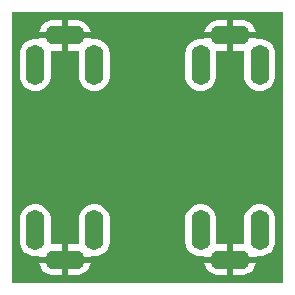
<source format=gbr>
G04 #@! TF.GenerationSoftware,KiCad,Pcbnew,6.0.2+dfsg-1*
G04 #@! TF.CreationDate,2022-10-24T19:59:27+02:00*
G04 #@! TF.ProjectId,triple_diode_or_tile,74726970-6c65-45f6-9469-6f64655f6f72,rev?*
G04 #@! TF.SameCoordinates,Original*
G04 #@! TF.FileFunction,Copper,L2,Bot*
G04 #@! TF.FilePolarity,Positive*
%FSLAX46Y46*%
G04 Gerber Fmt 4.6, Leading zero omitted, Abs format (unit mm)*
G04 Created by KiCad (PCBNEW 6.0.2+dfsg-1) date 2022-10-24 19:59:27*
%MOMM*%
%LPD*%
G01*
G04 APERTURE LIST*
G04 #@! TA.AperFunction,ComponentPad*
%ADD10O,1.600000X3.400000*%
G04 #@! TD*
G04 #@! TA.AperFunction,ComponentPad*
%ADD11O,3.400000X1.600000*%
G04 #@! TD*
G04 #@! TA.AperFunction,ViaPad*
%ADD12C,0.800000*%
G04 #@! TD*
G04 APERTURE END LIST*
D10*
X147500000Y-75000000D03*
D11*
X145000000Y-72500000D03*
D10*
X142500000Y-75000000D03*
X142500000Y-89000000D03*
D11*
X145000000Y-91500000D03*
D10*
X147500000Y-89000000D03*
X156500000Y-89000000D03*
D11*
X159000000Y-91500000D03*
D10*
X161500000Y-89000000D03*
X161500000Y-75000000D03*
D11*
X159000000Y-72500000D03*
D10*
X156500000Y-75000000D03*
D12*
X141732000Y-82042000D03*
G04 #@! TA.AperFunction,Conductor*
G36*
X163434121Y-70528002D02*
G01*
X163480614Y-70581658D01*
X163492000Y-70634000D01*
X163492000Y-93366000D01*
X163471998Y-93434121D01*
X163418342Y-93480614D01*
X163366000Y-93492000D01*
X140634000Y-93492000D01*
X140565879Y-93471998D01*
X140519386Y-93418342D01*
X140508000Y-93366000D01*
X140508000Y-91766522D01*
X142817273Y-91766522D01*
X142864764Y-91943761D01*
X142868510Y-91954053D01*
X142960586Y-92151511D01*
X142966069Y-92161007D01*
X143091028Y-92339467D01*
X143098084Y-92347875D01*
X143252125Y-92501916D01*
X143260533Y-92508972D01*
X143438993Y-92633931D01*
X143448489Y-92639414D01*
X143645947Y-92731490D01*
X143656239Y-92735236D01*
X143866688Y-92791625D01*
X143877481Y-92793528D01*
X144040170Y-92807762D01*
X144045635Y-92808000D01*
X144727885Y-92808000D01*
X144743124Y-92803525D01*
X144744329Y-92802135D01*
X144746000Y-92794452D01*
X144746000Y-92789885D01*
X145254000Y-92789885D01*
X145258475Y-92805124D01*
X145259865Y-92806329D01*
X145267548Y-92808000D01*
X145954365Y-92808000D01*
X145959830Y-92807762D01*
X146122519Y-92793528D01*
X146133312Y-92791625D01*
X146343761Y-92735236D01*
X146354053Y-92731490D01*
X146551511Y-92639414D01*
X146561007Y-92633931D01*
X146739467Y-92508972D01*
X146747875Y-92501916D01*
X146901916Y-92347875D01*
X146908972Y-92339467D01*
X147033931Y-92161007D01*
X147039414Y-92151511D01*
X147131490Y-91954053D01*
X147135236Y-91943761D01*
X147181394Y-91771497D01*
X147181275Y-91766522D01*
X156817273Y-91766522D01*
X156864764Y-91943761D01*
X156868510Y-91954053D01*
X156960586Y-92151511D01*
X156966069Y-92161007D01*
X157091028Y-92339467D01*
X157098084Y-92347875D01*
X157252125Y-92501916D01*
X157260533Y-92508972D01*
X157438993Y-92633931D01*
X157448489Y-92639414D01*
X157645947Y-92731490D01*
X157656239Y-92735236D01*
X157866688Y-92791625D01*
X157877481Y-92793528D01*
X158040170Y-92807762D01*
X158045635Y-92808000D01*
X158727885Y-92808000D01*
X158743124Y-92803525D01*
X158744329Y-92802135D01*
X158746000Y-92794452D01*
X158746000Y-92789885D01*
X159254000Y-92789885D01*
X159258475Y-92805124D01*
X159259865Y-92806329D01*
X159267548Y-92808000D01*
X159954365Y-92808000D01*
X159959830Y-92807762D01*
X160122519Y-92793528D01*
X160133312Y-92791625D01*
X160343761Y-92735236D01*
X160354053Y-92731490D01*
X160551511Y-92639414D01*
X160561007Y-92633931D01*
X160739467Y-92508972D01*
X160747875Y-92501916D01*
X160901916Y-92347875D01*
X160908972Y-92339467D01*
X161033931Y-92161007D01*
X161039414Y-92151511D01*
X161131490Y-91954053D01*
X161135236Y-91943761D01*
X161181394Y-91771497D01*
X161181058Y-91757401D01*
X161173116Y-91754000D01*
X159272115Y-91754000D01*
X159256876Y-91758475D01*
X159255671Y-91759865D01*
X159254000Y-91767548D01*
X159254000Y-92789885D01*
X158746000Y-92789885D01*
X158746000Y-91772115D01*
X158741525Y-91756876D01*
X158740135Y-91755671D01*
X158732452Y-91754000D01*
X156832033Y-91754000D01*
X156818502Y-91757973D01*
X156817273Y-91766522D01*
X147181275Y-91766522D01*
X147181058Y-91757401D01*
X147173116Y-91754000D01*
X145272115Y-91754000D01*
X145256876Y-91758475D01*
X145255671Y-91759865D01*
X145254000Y-91767548D01*
X145254000Y-92789885D01*
X144746000Y-92789885D01*
X144746000Y-91772115D01*
X144741525Y-91756876D01*
X144740135Y-91755671D01*
X144732452Y-91754000D01*
X142832033Y-91754000D01*
X142818502Y-91757973D01*
X142817273Y-91766522D01*
X140508000Y-91766522D01*
X140508000Y-89957127D01*
X141191500Y-89957127D01*
X141206457Y-90128087D01*
X141207881Y-90133400D01*
X141207881Y-90133402D01*
X141224782Y-90196475D01*
X141265716Y-90349243D01*
X141268039Y-90354224D01*
X141268039Y-90354225D01*
X141360151Y-90551762D01*
X141360154Y-90551767D01*
X141362477Y-90556749D01*
X141493802Y-90744300D01*
X141655700Y-90906198D01*
X141660208Y-90909355D01*
X141660211Y-90909357D01*
X141738389Y-90964098D01*
X141843251Y-91037523D01*
X141848233Y-91039846D01*
X141848238Y-91039849D01*
X142045775Y-91131961D01*
X142050757Y-91134284D01*
X142056065Y-91135706D01*
X142056067Y-91135707D01*
X142266598Y-91192119D01*
X142266600Y-91192119D01*
X142271913Y-91193543D01*
X142500000Y-91213498D01*
X142505475Y-91213019D01*
X142707616Y-91195334D01*
X142777221Y-91209323D01*
X142810258Y-91238880D01*
X142826884Y-91246000D01*
X144727885Y-91246000D01*
X144743124Y-91241525D01*
X144744329Y-91240135D01*
X144746000Y-91232452D01*
X144746000Y-91227885D01*
X145254000Y-91227885D01*
X145258475Y-91243124D01*
X145259865Y-91244329D01*
X145267548Y-91246000D01*
X147167967Y-91246000D01*
X147183207Y-91241525D01*
X147185981Y-91238324D01*
X147245707Y-91199941D01*
X147292185Y-91195317D01*
X147494524Y-91213019D01*
X147494525Y-91213019D01*
X147500000Y-91213498D01*
X147728087Y-91193543D01*
X147733400Y-91192119D01*
X147733402Y-91192119D01*
X147943933Y-91135707D01*
X147943935Y-91135706D01*
X147949243Y-91134284D01*
X147954225Y-91131961D01*
X148151762Y-91039849D01*
X148151767Y-91039846D01*
X148156749Y-91037523D01*
X148261611Y-90964098D01*
X148339789Y-90909357D01*
X148339792Y-90909355D01*
X148344300Y-90906198D01*
X148506198Y-90744300D01*
X148637523Y-90556749D01*
X148639846Y-90551767D01*
X148639849Y-90551762D01*
X148731961Y-90354225D01*
X148731961Y-90354224D01*
X148734284Y-90349243D01*
X148775219Y-90196475D01*
X148792119Y-90133402D01*
X148792119Y-90133400D01*
X148793543Y-90128087D01*
X148808500Y-89957127D01*
X155191500Y-89957127D01*
X155206457Y-90128087D01*
X155207881Y-90133400D01*
X155207881Y-90133402D01*
X155224782Y-90196475D01*
X155265716Y-90349243D01*
X155268039Y-90354224D01*
X155268039Y-90354225D01*
X155360151Y-90551762D01*
X155360154Y-90551767D01*
X155362477Y-90556749D01*
X155493802Y-90744300D01*
X155655700Y-90906198D01*
X155660208Y-90909355D01*
X155660211Y-90909357D01*
X155738389Y-90964098D01*
X155843251Y-91037523D01*
X155848233Y-91039846D01*
X155848238Y-91039849D01*
X156045775Y-91131961D01*
X156050757Y-91134284D01*
X156056065Y-91135706D01*
X156056067Y-91135707D01*
X156266598Y-91192119D01*
X156266600Y-91192119D01*
X156271913Y-91193543D01*
X156500000Y-91213498D01*
X156505475Y-91213019D01*
X156707616Y-91195334D01*
X156777221Y-91209323D01*
X156810258Y-91238880D01*
X156826884Y-91246000D01*
X158727885Y-91246000D01*
X158743124Y-91241525D01*
X158744329Y-91240135D01*
X158746000Y-91232452D01*
X158746000Y-91227885D01*
X159254000Y-91227885D01*
X159258475Y-91243124D01*
X159259865Y-91244329D01*
X159267548Y-91246000D01*
X161167967Y-91246000D01*
X161183207Y-91241525D01*
X161185981Y-91238324D01*
X161245707Y-91199941D01*
X161292185Y-91195317D01*
X161494524Y-91213019D01*
X161494525Y-91213019D01*
X161500000Y-91213498D01*
X161728087Y-91193543D01*
X161733400Y-91192119D01*
X161733402Y-91192119D01*
X161943933Y-91135707D01*
X161943935Y-91135706D01*
X161949243Y-91134284D01*
X161954225Y-91131961D01*
X162151762Y-91039849D01*
X162151767Y-91039846D01*
X162156749Y-91037523D01*
X162261611Y-90964098D01*
X162339789Y-90909357D01*
X162339792Y-90909355D01*
X162344300Y-90906198D01*
X162506198Y-90744300D01*
X162637523Y-90556749D01*
X162639846Y-90551767D01*
X162639849Y-90551762D01*
X162731961Y-90354225D01*
X162731961Y-90354224D01*
X162734284Y-90349243D01*
X162775219Y-90196475D01*
X162792119Y-90133402D01*
X162792119Y-90133400D01*
X162793543Y-90128087D01*
X162808500Y-89957127D01*
X162808500Y-88042873D01*
X162793543Y-87871913D01*
X162734284Y-87650757D01*
X162731961Y-87645775D01*
X162639849Y-87448238D01*
X162639846Y-87448233D01*
X162637523Y-87443251D01*
X162506198Y-87255700D01*
X162344300Y-87093802D01*
X162339792Y-87090645D01*
X162339789Y-87090643D01*
X162261611Y-87035902D01*
X162156749Y-86962477D01*
X162151767Y-86960154D01*
X162151762Y-86960151D01*
X161954225Y-86868039D01*
X161954224Y-86868039D01*
X161949243Y-86865716D01*
X161943935Y-86864294D01*
X161943933Y-86864293D01*
X161733402Y-86807881D01*
X161733400Y-86807881D01*
X161728087Y-86806457D01*
X161500000Y-86786502D01*
X161271913Y-86806457D01*
X161266600Y-86807881D01*
X161266598Y-86807881D01*
X161056067Y-86864293D01*
X161056065Y-86864294D01*
X161050757Y-86865716D01*
X161045776Y-86868039D01*
X161045775Y-86868039D01*
X160848238Y-86960151D01*
X160848233Y-86960154D01*
X160843251Y-86962477D01*
X160738389Y-87035902D01*
X160660211Y-87090643D01*
X160660208Y-87090645D01*
X160655700Y-87093802D01*
X160493802Y-87255700D01*
X160362477Y-87443251D01*
X160360154Y-87448233D01*
X160360151Y-87448238D01*
X160268039Y-87645775D01*
X160265716Y-87650757D01*
X160206457Y-87871913D01*
X160191500Y-88042873D01*
X160191500Y-89957127D01*
X160191738Y-89959844D01*
X160191738Y-89959851D01*
X160200928Y-90064886D01*
X160186939Y-90134491D01*
X160137540Y-90185483D01*
X160064426Y-90201389D01*
X159959830Y-90192238D01*
X159954365Y-90192000D01*
X159272115Y-90192000D01*
X159256876Y-90196475D01*
X159255671Y-90197865D01*
X159254000Y-90205548D01*
X159254000Y-91227885D01*
X158746000Y-91227885D01*
X158746000Y-90210115D01*
X158741525Y-90194876D01*
X158740135Y-90193671D01*
X158732452Y-90192000D01*
X158045635Y-90192000D01*
X158040170Y-90192238D01*
X157935574Y-90201389D01*
X157865969Y-90187400D01*
X157814977Y-90138000D01*
X157799072Y-90064886D01*
X157808262Y-89959851D01*
X157808262Y-89959844D01*
X157808500Y-89957127D01*
X157808500Y-88042873D01*
X157793543Y-87871913D01*
X157734284Y-87650757D01*
X157731961Y-87645775D01*
X157639849Y-87448238D01*
X157639846Y-87448233D01*
X157637523Y-87443251D01*
X157506198Y-87255700D01*
X157344300Y-87093802D01*
X157339792Y-87090645D01*
X157339789Y-87090643D01*
X157261611Y-87035902D01*
X157156749Y-86962477D01*
X157151767Y-86960154D01*
X157151762Y-86960151D01*
X156954225Y-86868039D01*
X156954224Y-86868039D01*
X156949243Y-86865716D01*
X156943935Y-86864294D01*
X156943933Y-86864293D01*
X156733402Y-86807881D01*
X156733400Y-86807881D01*
X156728087Y-86806457D01*
X156500000Y-86786502D01*
X156271913Y-86806457D01*
X156266600Y-86807881D01*
X156266598Y-86807881D01*
X156056067Y-86864293D01*
X156056065Y-86864294D01*
X156050757Y-86865716D01*
X156045776Y-86868039D01*
X156045775Y-86868039D01*
X155848238Y-86960151D01*
X155848233Y-86960154D01*
X155843251Y-86962477D01*
X155738389Y-87035902D01*
X155660211Y-87090643D01*
X155660208Y-87090645D01*
X155655700Y-87093802D01*
X155493802Y-87255700D01*
X155362477Y-87443251D01*
X155360154Y-87448233D01*
X155360151Y-87448238D01*
X155268039Y-87645775D01*
X155265716Y-87650757D01*
X155206457Y-87871913D01*
X155191500Y-88042873D01*
X155191500Y-89957127D01*
X148808500Y-89957127D01*
X148808500Y-88042873D01*
X148793543Y-87871913D01*
X148734284Y-87650757D01*
X148731961Y-87645775D01*
X148639849Y-87448238D01*
X148639846Y-87448233D01*
X148637523Y-87443251D01*
X148506198Y-87255700D01*
X148344300Y-87093802D01*
X148339792Y-87090645D01*
X148339789Y-87090643D01*
X148261611Y-87035902D01*
X148156749Y-86962477D01*
X148151767Y-86960154D01*
X148151762Y-86960151D01*
X147954225Y-86868039D01*
X147954224Y-86868039D01*
X147949243Y-86865716D01*
X147943935Y-86864294D01*
X147943933Y-86864293D01*
X147733402Y-86807881D01*
X147733400Y-86807881D01*
X147728087Y-86806457D01*
X147500000Y-86786502D01*
X147271913Y-86806457D01*
X147266600Y-86807881D01*
X147266598Y-86807881D01*
X147056067Y-86864293D01*
X147056065Y-86864294D01*
X147050757Y-86865716D01*
X147045776Y-86868039D01*
X147045775Y-86868039D01*
X146848238Y-86960151D01*
X146848233Y-86960154D01*
X146843251Y-86962477D01*
X146738389Y-87035902D01*
X146660211Y-87090643D01*
X146660208Y-87090645D01*
X146655700Y-87093802D01*
X146493802Y-87255700D01*
X146362477Y-87443251D01*
X146360154Y-87448233D01*
X146360151Y-87448238D01*
X146268039Y-87645775D01*
X146265716Y-87650757D01*
X146206457Y-87871913D01*
X146191500Y-88042873D01*
X146191500Y-89957127D01*
X146191738Y-89959844D01*
X146191738Y-89959851D01*
X146200928Y-90064886D01*
X146186939Y-90134491D01*
X146137540Y-90185483D01*
X146064426Y-90201389D01*
X145959830Y-90192238D01*
X145954365Y-90192000D01*
X145272115Y-90192000D01*
X145256876Y-90196475D01*
X145255671Y-90197865D01*
X145254000Y-90205548D01*
X145254000Y-91227885D01*
X144746000Y-91227885D01*
X144746000Y-90210115D01*
X144741525Y-90194876D01*
X144740135Y-90193671D01*
X144732452Y-90192000D01*
X144045635Y-90192000D01*
X144040170Y-90192238D01*
X143935574Y-90201389D01*
X143865969Y-90187400D01*
X143814977Y-90138000D01*
X143799072Y-90064886D01*
X143808262Y-89959851D01*
X143808262Y-89959844D01*
X143808500Y-89957127D01*
X143808500Y-88042873D01*
X143793543Y-87871913D01*
X143734284Y-87650757D01*
X143731961Y-87645775D01*
X143639849Y-87448238D01*
X143639846Y-87448233D01*
X143637523Y-87443251D01*
X143506198Y-87255700D01*
X143344300Y-87093802D01*
X143339792Y-87090645D01*
X143339789Y-87090643D01*
X143261611Y-87035902D01*
X143156749Y-86962477D01*
X143151767Y-86960154D01*
X143151762Y-86960151D01*
X142954225Y-86868039D01*
X142954224Y-86868039D01*
X142949243Y-86865716D01*
X142943935Y-86864294D01*
X142943933Y-86864293D01*
X142733402Y-86807881D01*
X142733400Y-86807881D01*
X142728087Y-86806457D01*
X142500000Y-86786502D01*
X142271913Y-86806457D01*
X142266600Y-86807881D01*
X142266598Y-86807881D01*
X142056067Y-86864293D01*
X142056065Y-86864294D01*
X142050757Y-86865716D01*
X142045776Y-86868039D01*
X142045775Y-86868039D01*
X141848238Y-86960151D01*
X141848233Y-86960154D01*
X141843251Y-86962477D01*
X141738389Y-87035902D01*
X141660211Y-87090643D01*
X141660208Y-87090645D01*
X141655700Y-87093802D01*
X141493802Y-87255700D01*
X141362477Y-87443251D01*
X141360154Y-87448233D01*
X141360151Y-87448238D01*
X141268039Y-87645775D01*
X141265716Y-87650757D01*
X141206457Y-87871913D01*
X141191500Y-88042873D01*
X141191500Y-89957127D01*
X140508000Y-89957127D01*
X140508000Y-75957127D01*
X141191500Y-75957127D01*
X141206457Y-76128087D01*
X141265716Y-76349243D01*
X141268039Y-76354224D01*
X141268039Y-76354225D01*
X141360151Y-76551762D01*
X141360154Y-76551767D01*
X141362477Y-76556749D01*
X141493802Y-76744300D01*
X141655700Y-76906198D01*
X141660208Y-76909355D01*
X141660211Y-76909357D01*
X141738389Y-76964098D01*
X141843251Y-77037523D01*
X141848233Y-77039846D01*
X141848238Y-77039849D01*
X142045775Y-77131961D01*
X142050757Y-77134284D01*
X142056065Y-77135706D01*
X142056067Y-77135707D01*
X142266598Y-77192119D01*
X142266600Y-77192119D01*
X142271913Y-77193543D01*
X142500000Y-77213498D01*
X142728087Y-77193543D01*
X142733400Y-77192119D01*
X142733402Y-77192119D01*
X142943933Y-77135707D01*
X142943935Y-77135706D01*
X142949243Y-77134284D01*
X142954225Y-77131961D01*
X143151762Y-77039849D01*
X143151767Y-77039846D01*
X143156749Y-77037523D01*
X143261611Y-76964098D01*
X143339789Y-76909357D01*
X143339792Y-76909355D01*
X143344300Y-76906198D01*
X143506198Y-76744300D01*
X143637523Y-76556749D01*
X143639846Y-76551767D01*
X143639849Y-76551762D01*
X143731961Y-76354225D01*
X143731961Y-76354224D01*
X143734284Y-76349243D01*
X143793543Y-76128087D01*
X143808500Y-75957127D01*
X143808500Y-74042873D01*
X143799072Y-73935113D01*
X143813061Y-73865509D01*
X143862460Y-73814517D01*
X143935574Y-73798611D01*
X144040170Y-73807762D01*
X144045635Y-73808000D01*
X144727885Y-73808000D01*
X144743124Y-73803525D01*
X144744329Y-73802135D01*
X144746000Y-73794452D01*
X144746000Y-73789885D01*
X145254000Y-73789885D01*
X145258475Y-73805124D01*
X145259865Y-73806329D01*
X145267548Y-73808000D01*
X145954365Y-73808000D01*
X145959830Y-73807762D01*
X146064426Y-73798611D01*
X146134031Y-73812600D01*
X146185023Y-73862000D01*
X146200928Y-73935113D01*
X146191500Y-74042873D01*
X146191500Y-75957127D01*
X146206457Y-76128087D01*
X146265716Y-76349243D01*
X146268039Y-76354224D01*
X146268039Y-76354225D01*
X146360151Y-76551762D01*
X146360154Y-76551767D01*
X146362477Y-76556749D01*
X146493802Y-76744300D01*
X146655700Y-76906198D01*
X146660208Y-76909355D01*
X146660211Y-76909357D01*
X146738389Y-76964098D01*
X146843251Y-77037523D01*
X146848233Y-77039846D01*
X146848238Y-77039849D01*
X147045775Y-77131961D01*
X147050757Y-77134284D01*
X147056065Y-77135706D01*
X147056067Y-77135707D01*
X147266598Y-77192119D01*
X147266600Y-77192119D01*
X147271913Y-77193543D01*
X147500000Y-77213498D01*
X147728087Y-77193543D01*
X147733400Y-77192119D01*
X147733402Y-77192119D01*
X147943933Y-77135707D01*
X147943935Y-77135706D01*
X147949243Y-77134284D01*
X147954225Y-77131961D01*
X148151762Y-77039849D01*
X148151767Y-77039846D01*
X148156749Y-77037523D01*
X148261611Y-76964098D01*
X148339789Y-76909357D01*
X148339792Y-76909355D01*
X148344300Y-76906198D01*
X148506198Y-76744300D01*
X148637523Y-76556749D01*
X148639846Y-76551767D01*
X148639849Y-76551762D01*
X148731961Y-76354225D01*
X148731961Y-76354224D01*
X148734284Y-76349243D01*
X148793543Y-76128087D01*
X148808500Y-75957127D01*
X155191500Y-75957127D01*
X155206457Y-76128087D01*
X155265716Y-76349243D01*
X155268039Y-76354224D01*
X155268039Y-76354225D01*
X155360151Y-76551762D01*
X155360154Y-76551767D01*
X155362477Y-76556749D01*
X155493802Y-76744300D01*
X155655700Y-76906198D01*
X155660208Y-76909355D01*
X155660211Y-76909357D01*
X155738389Y-76964098D01*
X155843251Y-77037523D01*
X155848233Y-77039846D01*
X155848238Y-77039849D01*
X156045775Y-77131961D01*
X156050757Y-77134284D01*
X156056065Y-77135706D01*
X156056067Y-77135707D01*
X156266598Y-77192119D01*
X156266600Y-77192119D01*
X156271913Y-77193543D01*
X156500000Y-77213498D01*
X156728087Y-77193543D01*
X156733400Y-77192119D01*
X156733402Y-77192119D01*
X156943933Y-77135707D01*
X156943935Y-77135706D01*
X156949243Y-77134284D01*
X156954225Y-77131961D01*
X157151762Y-77039849D01*
X157151767Y-77039846D01*
X157156749Y-77037523D01*
X157261611Y-76964098D01*
X157339789Y-76909357D01*
X157339792Y-76909355D01*
X157344300Y-76906198D01*
X157506198Y-76744300D01*
X157637523Y-76556749D01*
X157639846Y-76551767D01*
X157639849Y-76551762D01*
X157731961Y-76354225D01*
X157731961Y-76354224D01*
X157734284Y-76349243D01*
X157793543Y-76128087D01*
X157808500Y-75957127D01*
X157808500Y-74042873D01*
X157799072Y-73935113D01*
X157813061Y-73865509D01*
X157862460Y-73814517D01*
X157935574Y-73798611D01*
X158040170Y-73807762D01*
X158045635Y-73808000D01*
X158727885Y-73808000D01*
X158743124Y-73803525D01*
X158744329Y-73802135D01*
X158746000Y-73794452D01*
X158746000Y-73789885D01*
X159254000Y-73789885D01*
X159258475Y-73805124D01*
X159259865Y-73806329D01*
X159267548Y-73808000D01*
X159954365Y-73808000D01*
X159959830Y-73807762D01*
X160064426Y-73798611D01*
X160134031Y-73812600D01*
X160185023Y-73862000D01*
X160200928Y-73935113D01*
X160191500Y-74042873D01*
X160191500Y-75957127D01*
X160206457Y-76128087D01*
X160265716Y-76349243D01*
X160268039Y-76354224D01*
X160268039Y-76354225D01*
X160360151Y-76551762D01*
X160360154Y-76551767D01*
X160362477Y-76556749D01*
X160493802Y-76744300D01*
X160655700Y-76906198D01*
X160660208Y-76909355D01*
X160660211Y-76909357D01*
X160738389Y-76964098D01*
X160843251Y-77037523D01*
X160848233Y-77039846D01*
X160848238Y-77039849D01*
X161045775Y-77131961D01*
X161050757Y-77134284D01*
X161056065Y-77135706D01*
X161056067Y-77135707D01*
X161266598Y-77192119D01*
X161266600Y-77192119D01*
X161271913Y-77193543D01*
X161500000Y-77213498D01*
X161728087Y-77193543D01*
X161733400Y-77192119D01*
X161733402Y-77192119D01*
X161943933Y-77135707D01*
X161943935Y-77135706D01*
X161949243Y-77134284D01*
X161954225Y-77131961D01*
X162151762Y-77039849D01*
X162151767Y-77039846D01*
X162156749Y-77037523D01*
X162261611Y-76964098D01*
X162339789Y-76909357D01*
X162339792Y-76909355D01*
X162344300Y-76906198D01*
X162506198Y-76744300D01*
X162637523Y-76556749D01*
X162639846Y-76551767D01*
X162639849Y-76551762D01*
X162731961Y-76354225D01*
X162731961Y-76354224D01*
X162734284Y-76349243D01*
X162793543Y-76128087D01*
X162808500Y-75957127D01*
X162808500Y-74042873D01*
X162793543Y-73871913D01*
X162777650Y-73812600D01*
X162735707Y-73656067D01*
X162735706Y-73656065D01*
X162734284Y-73650757D01*
X162731961Y-73645775D01*
X162639849Y-73448238D01*
X162639846Y-73448233D01*
X162637523Y-73443251D01*
X162506198Y-73255700D01*
X162344300Y-73093802D01*
X162339792Y-73090645D01*
X162339789Y-73090643D01*
X162261611Y-73035902D01*
X162156749Y-72962477D01*
X162151767Y-72960154D01*
X162151762Y-72960151D01*
X161954225Y-72868039D01*
X161954224Y-72868039D01*
X161949243Y-72865716D01*
X161943935Y-72864294D01*
X161943933Y-72864293D01*
X161733402Y-72807881D01*
X161733400Y-72807881D01*
X161728087Y-72806457D01*
X161500000Y-72786502D01*
X161494525Y-72786981D01*
X161345043Y-72800059D01*
X161292384Y-72804666D01*
X161222779Y-72790677D01*
X161189742Y-72761120D01*
X161173116Y-72754000D01*
X159272115Y-72754000D01*
X159256876Y-72758475D01*
X159255671Y-72759865D01*
X159254000Y-72767548D01*
X159254000Y-73789885D01*
X158746000Y-73789885D01*
X158746000Y-72772115D01*
X158741525Y-72756876D01*
X158740135Y-72755671D01*
X158732452Y-72754000D01*
X156832033Y-72754000D01*
X156816793Y-72758475D01*
X156814019Y-72761676D01*
X156754293Y-72800059D01*
X156707815Y-72804683D01*
X156505476Y-72786981D01*
X156505475Y-72786981D01*
X156500000Y-72786502D01*
X156271913Y-72806457D01*
X156266600Y-72807881D01*
X156266598Y-72807881D01*
X156056067Y-72864293D01*
X156056065Y-72864294D01*
X156050757Y-72865716D01*
X156045776Y-72868039D01*
X156045775Y-72868039D01*
X155848238Y-72960151D01*
X155848233Y-72960154D01*
X155843251Y-72962477D01*
X155738389Y-73035902D01*
X155660211Y-73090643D01*
X155660208Y-73090645D01*
X155655700Y-73093802D01*
X155493802Y-73255700D01*
X155362477Y-73443251D01*
X155360154Y-73448233D01*
X155360151Y-73448238D01*
X155268039Y-73645775D01*
X155265716Y-73650757D01*
X155264294Y-73656065D01*
X155264293Y-73656067D01*
X155222350Y-73812600D01*
X155206457Y-73871913D01*
X155191500Y-74042873D01*
X155191500Y-75957127D01*
X148808500Y-75957127D01*
X148808500Y-74042873D01*
X148793543Y-73871913D01*
X148777650Y-73812600D01*
X148735707Y-73656067D01*
X148735706Y-73656065D01*
X148734284Y-73650757D01*
X148731961Y-73645775D01*
X148639849Y-73448238D01*
X148639846Y-73448233D01*
X148637523Y-73443251D01*
X148506198Y-73255700D01*
X148344300Y-73093802D01*
X148339792Y-73090645D01*
X148339789Y-73090643D01*
X148261611Y-73035902D01*
X148156749Y-72962477D01*
X148151767Y-72960154D01*
X148151762Y-72960151D01*
X147954225Y-72868039D01*
X147954224Y-72868039D01*
X147949243Y-72865716D01*
X147943935Y-72864294D01*
X147943933Y-72864293D01*
X147733402Y-72807881D01*
X147733400Y-72807881D01*
X147728087Y-72806457D01*
X147500000Y-72786502D01*
X147494525Y-72786981D01*
X147345043Y-72800059D01*
X147292384Y-72804666D01*
X147222779Y-72790677D01*
X147189742Y-72761120D01*
X147173116Y-72754000D01*
X145272115Y-72754000D01*
X145256876Y-72758475D01*
X145255671Y-72759865D01*
X145254000Y-72767548D01*
X145254000Y-73789885D01*
X144746000Y-73789885D01*
X144746000Y-72772115D01*
X144741525Y-72756876D01*
X144740135Y-72755671D01*
X144732452Y-72754000D01*
X142832033Y-72754000D01*
X142816793Y-72758475D01*
X142814019Y-72761676D01*
X142754293Y-72800059D01*
X142707815Y-72804683D01*
X142505476Y-72786981D01*
X142505475Y-72786981D01*
X142500000Y-72786502D01*
X142271913Y-72806457D01*
X142266600Y-72807881D01*
X142266598Y-72807881D01*
X142056067Y-72864293D01*
X142056065Y-72864294D01*
X142050757Y-72865716D01*
X142045776Y-72868039D01*
X142045775Y-72868039D01*
X141848238Y-72960151D01*
X141848233Y-72960154D01*
X141843251Y-72962477D01*
X141738389Y-73035902D01*
X141660211Y-73090643D01*
X141660208Y-73090645D01*
X141655700Y-73093802D01*
X141493802Y-73255700D01*
X141362477Y-73443251D01*
X141360154Y-73448233D01*
X141360151Y-73448238D01*
X141268039Y-73645775D01*
X141265716Y-73650757D01*
X141264294Y-73656065D01*
X141264293Y-73656067D01*
X141222350Y-73812600D01*
X141206457Y-73871913D01*
X141191500Y-74042873D01*
X141191500Y-75957127D01*
X140508000Y-75957127D01*
X140508000Y-72228503D01*
X142818606Y-72228503D01*
X142818942Y-72242599D01*
X142826884Y-72246000D01*
X144727885Y-72246000D01*
X144743124Y-72241525D01*
X144744329Y-72240135D01*
X144746000Y-72232452D01*
X144746000Y-72227885D01*
X145254000Y-72227885D01*
X145258475Y-72243124D01*
X145259865Y-72244329D01*
X145267548Y-72246000D01*
X147167967Y-72246000D01*
X147181498Y-72242027D01*
X147182727Y-72233478D01*
X147181394Y-72228503D01*
X156818606Y-72228503D01*
X156818942Y-72242599D01*
X156826884Y-72246000D01*
X158727885Y-72246000D01*
X158743124Y-72241525D01*
X158744329Y-72240135D01*
X158746000Y-72232452D01*
X158746000Y-72227885D01*
X159254000Y-72227885D01*
X159258475Y-72243124D01*
X159259865Y-72244329D01*
X159267548Y-72246000D01*
X161167967Y-72246000D01*
X161181498Y-72242027D01*
X161182727Y-72233478D01*
X161135236Y-72056239D01*
X161131490Y-72045947D01*
X161039414Y-71848489D01*
X161033931Y-71838993D01*
X160908972Y-71660533D01*
X160901916Y-71652125D01*
X160747875Y-71498084D01*
X160739467Y-71491028D01*
X160561007Y-71366069D01*
X160551511Y-71360586D01*
X160354053Y-71268510D01*
X160343761Y-71264764D01*
X160133312Y-71208375D01*
X160122519Y-71206472D01*
X159959830Y-71192238D01*
X159954365Y-71192000D01*
X159272115Y-71192000D01*
X159256876Y-71196475D01*
X159255671Y-71197865D01*
X159254000Y-71205548D01*
X159254000Y-72227885D01*
X158746000Y-72227885D01*
X158746000Y-71210115D01*
X158741525Y-71194876D01*
X158740135Y-71193671D01*
X158732452Y-71192000D01*
X158045635Y-71192000D01*
X158040170Y-71192238D01*
X157877481Y-71206472D01*
X157866688Y-71208375D01*
X157656239Y-71264764D01*
X157645947Y-71268510D01*
X157448489Y-71360586D01*
X157438993Y-71366069D01*
X157260533Y-71491028D01*
X157252125Y-71498084D01*
X157098084Y-71652125D01*
X157091028Y-71660533D01*
X156966069Y-71838993D01*
X156960586Y-71848489D01*
X156868510Y-72045947D01*
X156864764Y-72056239D01*
X156818606Y-72228503D01*
X147181394Y-72228503D01*
X147135236Y-72056239D01*
X147131490Y-72045947D01*
X147039414Y-71848489D01*
X147033931Y-71838993D01*
X146908972Y-71660533D01*
X146901916Y-71652125D01*
X146747875Y-71498084D01*
X146739467Y-71491028D01*
X146561007Y-71366069D01*
X146551511Y-71360586D01*
X146354053Y-71268510D01*
X146343761Y-71264764D01*
X146133312Y-71208375D01*
X146122519Y-71206472D01*
X145959830Y-71192238D01*
X145954365Y-71192000D01*
X145272115Y-71192000D01*
X145256876Y-71196475D01*
X145255671Y-71197865D01*
X145254000Y-71205548D01*
X145254000Y-72227885D01*
X144746000Y-72227885D01*
X144746000Y-71210115D01*
X144741525Y-71194876D01*
X144740135Y-71193671D01*
X144732452Y-71192000D01*
X144045635Y-71192000D01*
X144040170Y-71192238D01*
X143877481Y-71206472D01*
X143866688Y-71208375D01*
X143656239Y-71264764D01*
X143645947Y-71268510D01*
X143448489Y-71360586D01*
X143438993Y-71366069D01*
X143260533Y-71491028D01*
X143252125Y-71498084D01*
X143098084Y-71652125D01*
X143091028Y-71660533D01*
X142966069Y-71838993D01*
X142960586Y-71848489D01*
X142868510Y-72045947D01*
X142864764Y-72056239D01*
X142818606Y-72228503D01*
X140508000Y-72228503D01*
X140508000Y-70634000D01*
X140528002Y-70565879D01*
X140581658Y-70519386D01*
X140634000Y-70508000D01*
X163366000Y-70508000D01*
X163434121Y-70528002D01*
G37*
G04 #@! TD.AperFunction*
M02*

</source>
